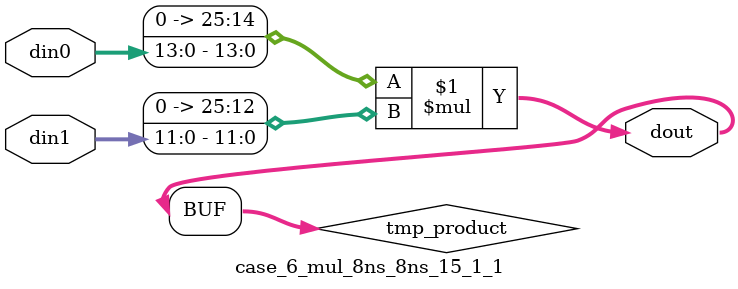
<source format=v>

`timescale 1 ns / 1 ps

 module case_6_mul_8ns_8ns_15_1_1(din0, din1, dout);
parameter ID = 1;
parameter NUM_STAGE = 0;
parameter din0_WIDTH = 14;
parameter din1_WIDTH = 12;
parameter dout_WIDTH = 26;

input [din0_WIDTH - 1 : 0] din0; 
input [din1_WIDTH - 1 : 0] din1; 
output [dout_WIDTH - 1 : 0] dout;

wire signed [dout_WIDTH - 1 : 0] tmp_product;
























assign tmp_product = $signed({1'b0, din0}) * $signed({1'b0, din1});











assign dout = tmp_product;





















endmodule

</source>
